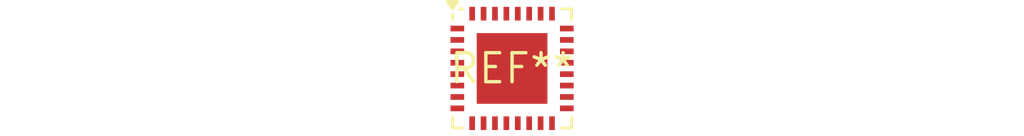
<source format=kicad_pcb>
(kicad_pcb (version 20240108) (generator pcbnew)
  (layers (0 "F.Cu" signal) (31 "B.Cu" signal) (34 "B.Paste" user) (35 "F.Paste" user) (36 "B.SilkS" user "B.Silkscreen") (37 "F.SilkS" user "F.Silkscreen") (38 "B.Mask" user) (39 "F.Mask" user) (44 "Edge.Cuts" user))
  (net 0 "")
  (footprint "WQFN-32-1EP_5x5mm_P0.5mm_EP3.1x3.1mm" (layer "F.Cu") (at 0 0)
    (property "Reference" "REF**")
    (property "Value" "WQFN-32-1EP_5x5mm_P0.5mm_EP3.1x3.1mm")
    (fp_line (start -2.61 -2.14) (end -2.61 -2.3775) (layer "F.SilkS") (stroke (width 0.12)))
    (fp_line (start -2.61 2.61) (end -2.61 2.14) (layer "F.SilkS") (stroke (width 0.12)))
    (fp_line (start -2.14 -2.61) (end -2.31 -2.61) (layer "F.SilkS") (stroke (width 0.12)))
    (fp_line (start -2.14 2.61) (end -2.61 2.61) (layer "F.SilkS") (stroke (width 0.12)))
    (fp_line (start 2.14 -2.61) (end 2.61 -2.61) (layer "F.SilkS") (stroke (width 0.12)))
    (fp_line (start 2.61 -2.61) (end 2.61 -2.14) (layer "F.SilkS") (stroke (width 0.12)))
    (fp_line (start 2.61 2.14) (end 2.61 2.61) (layer "F.SilkS") (stroke (width 0.12)))
    (fp_line (start 2.61 2.61) (end 2.14 2.61) (layer "F.SilkS") (stroke (width 0.12)))
    (fp_poly (pts (xy -2.61 -2.61) (xy -2.85 -2.94) (xy -2.37 -2.94) (xy -2.61 -2.61)) (layer "F.SilkS") (stroke (width 0.12)) (fill solid))
    (pad "1" smd rect (at -2.4 -1.75 90) (size 0.25 0.6) (layers "F.Cu" "F.Paste" "F.Mask"))
    (pad "2" smd rect (at -2.4 -1.25 90) (size 0.25 0.6) (layers "F.Cu" "F.Paste" "F.Mask"))
    (pad "3" smd rect (at -2.4 -0.75 90) (size 0.25 0.6) (layers "F.Cu" "F.Paste" "F.Mask"))
    (pad "4" smd rect (at -2.4 -0.25 90) (size 0.25 0.6) (layers "F.Cu" "F.Paste" "F.Mask"))
    (pad "5" smd rect (at -2.4 0.25 90) (size 0.25 0.6) (layers "F.Cu" "F.Paste" "F.Mask"))
    (pad "6" smd rect (at -2.4 0.75 90) (size 0.25 0.6) (layers "F.Cu" "F.Paste" "F.Mask"))
    (pad "7" smd rect (at -2.4 1.25 90) (size 0.25 0.6) (layers "F.Cu" "F.Paste" "F.Mask"))
    (pad "8" smd rect (at -2.4 1.75 90) (size 0.25 0.6) (layers "F.Cu" "F.Paste" "F.Mask"))
    (pad "9" smd rect (at -1.75 2.4) (size 0.25 0.6) (layers "F.Cu" "F.Paste" "F.Mask"))
    (pad "10" smd rect (at -1.25 2.4) (size 0.25 0.6) (layers "F.Cu" "F.Paste" "F.Mask"))
    (pad "11" smd rect (at -0.75 2.4) (size 0.25 0.6) (layers "F.Cu" "F.Paste" "F.Mask"))
    (pad "12" smd rect (at -0.25 2.4) (size 0.25 0.6) (layers "F.Cu" "F.Paste" "F.Mask"))
    (pad "13" smd rect (at 0.25 2.4) (size 0.25 0.6) (layers "F.Cu" "F.Paste" "F.Mask"))
    (pad "14" smd rect (at 0.75 2.4) (size 0.25 0.6) (layers "F.Cu" "F.Paste" "F.Mask"))
    (pad "15" smd rect (at 1.25 2.4) (size 0.25 0.6) (layers "F.Cu" "F.Paste" "F.Mask"))
    (pad "16" smd rect (at 1.75 2.4) (size 0.25 0.6) (layers "F.Cu" "F.Paste" "F.Mask"))
    (pad "17" smd rect (at 2.4 1.75 90) (size 0.25 0.6) (layers "F.Cu" "F.Paste" "F.Mask"))
    (pad "18" smd rect (at 2.4 1.25 90) (size 0.25 0.6) (layers "F.Cu" "F.Paste" "F.Mask"))
    (pad "19" smd rect (at 2.4 0.75 90) (size 0.25 0.6) (layers "F.Cu" "F.Paste" "F.Mask"))
    (pad "20" smd rect (at 2.4 0.25 90) (size 0.25 0.6) (layers "F.Cu" "F.Paste" "F.Mask"))
    (pad "21" smd rect (at 2.4 -0.25 90) (size 0.25 0.6) (layers "F.Cu" "F.Paste" "F.Mask"))
    (pad "22" smd rect (at 2.4 -0.75 90) (size 0.25 0.6) (layers "F.Cu" "F.Paste" "F.Mask"))
    (pad "23" smd rect (at 2.4 -1.25 90) (size 0.25 0.6) (layers "F.Cu" "F.Paste" "F.Mask"))
    (pad "24" smd rect (at 2.4 -1.75 90) (size 0.25 0.6) (layers "F.Cu" "F.Paste" "F.Mask"))
    (pad "25" smd rect (at 1.75 -2.4) (size 0.25 0.6) (layers "F.Cu" "F.Paste" "F.Mask"))
    (pad "26" smd rect (at 1.25 -2.4) (size 0.25 0.6) (layers "F.Cu" "F.Paste" "F.Mask"))
    (pad "27" smd rect (at 0.75 -2.4) (size 0.25 0.6) (layers "F.Cu" "F.Paste" "F.Mask"))
    (pad "28" smd rect (at 0.25 -2.4) (size 0.25 0.6) (layers "F.Cu" "F.Paste" "F.Mask"))
    (pad "29" smd rect (at -0.25 -2.4) (size 0.25 0.6) (layers "F.Cu" "F.Paste" "F.Mask"))
    (pad "30" smd rect (at -0.75 -2.4) (size 0.25 0.6) (layers "F.Cu" "F.Paste" "F.Mask"))
    (pad "31" smd rect (at -1.25 -2.4) (size 0.25 0.6) (layers "F.Cu" "F.Paste" "F.Mask"))
    (pad "32" smd rect (at -1.75 -2.4) (size 0.25 0.6) (layers "F.Cu" "F.Paste" "F.Mask"))
    (pad "33" smd rect (at 0 0) (size 3.1 3.1) (layers "F.Cu" "F.Mask"))
  )
)
</source>
